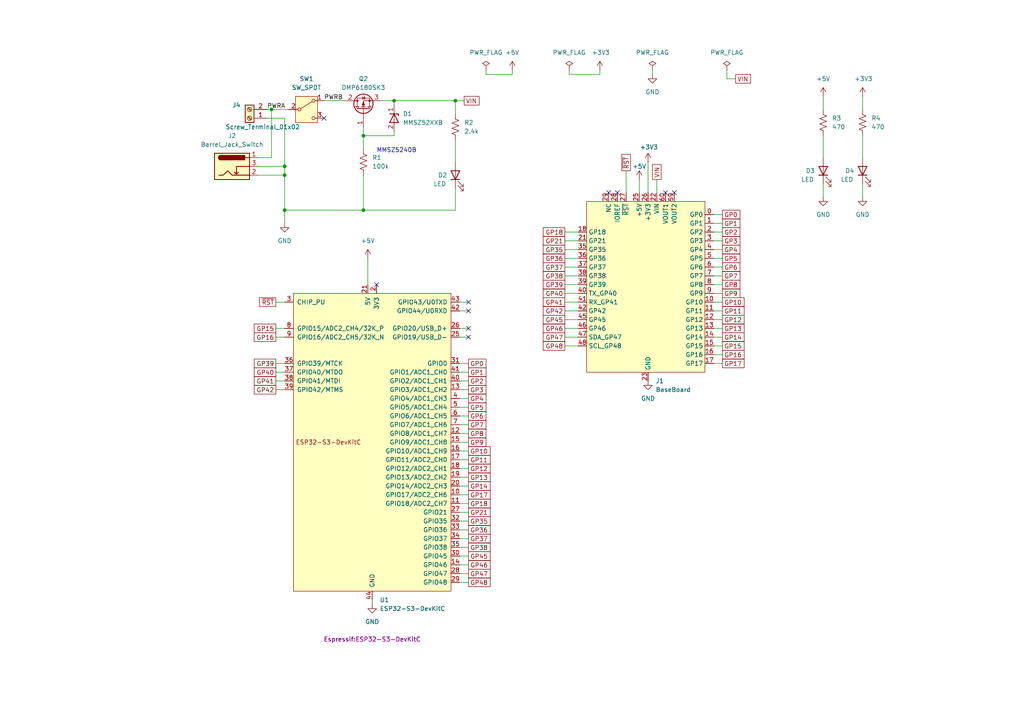
<source format=kicad_sch>
(kicad_sch (version 20231120) (generator "eeschema") (generator_version "8.0")
  (paper "A4")
  (lib_symbols
    (symbol "Connector:Barrel_Jack_Switch" (pin_names hide)
      (property "Reference" "J" (at 0 5.334 0))
      (property "Value" "Barrel_Jack_Switch" (at 0 -5.08 0))
      (symbol "Barrel_Jack_Switch_0_1"
        (rectangle (start -5.08 3.81) (end 5.08 -3.81) (stroke (width 0.254)) (fill (type background)))
        (arc (start -3.302 3.175) (mid -3.9343 2.54) (end -3.302 1.905) (stroke (width 0.254)))
        (arc (start -3.302 3.175) (mid -3.9343 2.54) (end -3.302 1.905) (stroke (width 0.254)) (fill (type outline)))
        (polyline (pts (xy 1.27 -2.286) (xy 1.905 -1.651)) (stroke (width 0.254)))
        (polyline (pts (xy 5.08 2.54) (xy 3.81 2.54)) (stroke (width 0.254)))
        (polyline (pts (xy 5.08 0) (xy 1.27 0) (xy 1.27 -2.286) (xy 0.635 -1.651)) (stroke (width 0.254)))
        (polyline (pts (xy -3.81 -2.54) (xy -2.54 -2.54) (xy -1.27 -1.27) (xy 0 -2.54) (xy 2.54 -2.54) (xy 5.08 -2.54)) (stroke (width 0.254)))
        (rectangle (start 3.683 3.175) (end -3.302 1.905) (stroke (width 0.254)) (fill (type outline)))
      )
      (symbol "Barrel_Jack_Switch_1_1"
        (pin passive line (at 7.62 2.54 180) (length 2.54) (name "~") (number "1"))
        (pin passive line (at 7.62 -2.54 180) (length 2.54) (name "~") (number "2"))
        (pin passive line (at 7.62 0 180) (length 2.54) (name "~") (number "3"))
      )
    )
    (symbol "Connector:Screw_Terminal_01x02" (pin_names (offset 1.016) hide)
      (property "Reference" "J" (at 0 2.54 0))
      (property "Value" "Screw_Terminal_01x02" (at 0 -5.08 0))
      (symbol "Screw_Terminal_01x02_1_1"
        (rectangle (start -1.27 1.27) (end 1.27 -3.81) (stroke (width 0.254)) (fill (type background)))
        (circle (center 0 -2.54) (radius 0.635) (stroke (width 0.1524)))
        (polyline (pts (xy -0.5334 -2.2098) (xy 0.3302 -3.048)) (stroke (width 0.1524)))
        (polyline (pts (xy -0.5334 0.3302) (xy 0.3302 -0.508)) (stroke (width 0.1524)))
        (polyline (pts (xy -0.3556 -2.032) (xy 0.508 -2.8702)) (stroke (width 0.1524)))
        (polyline (pts (xy -0.3556 0.508) (xy 0.508 -0.3302)) (stroke (width 0.1524)))
        (circle (center 0 0) (radius 0.635) (stroke (width 0.1524)))
        (pin passive line (at -5.08 0 0) (length 3.81) (name "Pin_1") (number "1"))
        (pin passive line (at -5.08 -2.54 0) (length 3.81) (name "Pin_2") (number "2"))
      )
    )
    (symbol "Device:LED" (pin_numbers hide) (pin_names (offset 1.016) hide)
      (property "Reference" "D" (at 0 2.54 0))
      (property "Value" "LED" (at 0 -2.54 0))
      (symbol "LED_0_1"
        (polyline (pts (xy -1.27 -1.27) (xy -1.27 1.27)) (stroke (width 0.254)))
        (polyline (pts (xy -1.27 0) (xy 1.27 0)))
        (polyline (pts (xy 1.27 -1.27) (xy 1.27 1.27) (xy -1.27 0) (xy 1.27 -1.27)) (stroke (width 0.254)))
        (polyline (pts (xy -3.048 -0.762) (xy -4.572 -2.286) (xy -3.81 -2.286) (xy -4.572 -2.286) (xy -4.572 -1.524)))
        (polyline (pts (xy -1.778 -0.762) (xy -3.302 -2.286) (xy -2.54 -2.286) (xy -3.302 -2.286) (xy -3.302 -1.524)))
      )
      (symbol "LED_1_1"
        (pin passive line (at -3.81 0 0) (length 2.54) (name "K") (number "1"))
        (pin passive line (at 3.81 0 180) (length 2.54) (name "A") (number "2"))
      )
    )
    (symbol "Device:R_US" (pin_numbers hide) (pin_names (offset 0))
      (property "Reference" "R" (at 2.54 0 90))
      (property "Value" "R_US" (at -2.54 0 90))
      (symbol "R_US_0_1"
        (polyline (pts (xy 0 -2.286) (xy 0 -2.54)))
        (polyline (pts (xy 0 2.286) (xy 0 2.54)))
        (polyline (pts (xy 0 -0.762) (xy 1.016 -1.143) (xy 0 -1.524) (xy -1.016 -1.905) (xy 0 -2.286)))
        (polyline (pts (xy 0 0.762) (xy 1.016 0.381) (xy 0 0) (xy -1.016 -0.381) (xy 0 -0.762)))
        (polyline (pts (xy 0 2.286) (xy 1.016 1.905) (xy 0 1.524) (xy -1.016 1.143) (xy 0 0.762)))
      )
      (symbol "R_US_1_1"
        (pin passive line (at 0 3.81 270) (length 1.27) (name "~") (number "1"))
        (pin passive line (at 0 -3.81 90) (length 1.27) (name "~") (number "2"))
      )
    )
    (symbol "Espressif:ESP32-S3-DevKitC" (pin_names (offset 1.016))
      (property "Reference" "U" (at -22.86 48.26 0))
      (property "Value" "ESP32-S3-DevKitC" (at -22.86 45.72 0))
      (symbol "ESP32-S3-DevKitC_0_0"
        (text "ESP32-S3-DevKitC" (at -12.7 0 0) (effects (font (size 1.27 1.27))))
        (pin bidirectional line (at 25.4 -35.56 180) (length 2.54) (name "GPIO46") (number "14"))
        (pin bidirectional line (at 25.4 -10.16 180) (length 2.54) (name "GPIO13/ADC2_CH2") (number "19"))
        (pin bidirectional line (at -25.4 15.24 0) (length 2.54) (name "GPIO42/MTMS") (number "39"))
        (pin bidirectional line (at 25.4 17.78 180) (length 2.54) (name "GPIO2/ADC1_CH1") (number "40"))
        (pin bidirectional line (at 25.4 20.32 180) (length 2.54) (name "GPIO1/ADC1_CH0") (number "41"))
        (pin bidirectional line (at 25.4 38.1 180) (length 2.54) (name "GPIO44/U0RXD") (number "42"))
        (pin bidirectional line (at 25.4 40.64 180) (length 2.54) (name "GPIO43/U0TXD") (number "43"))
        (pin power_in line (at 0 -45.72 90) (length 2.54) (name "GND") (number "44"))
      )
      (symbol "ESP32-S3-DevKitC_0_1"
        (rectangle (start -22.86 43.18) (end 22.86 -43.18) (fill (type background)))
        (pin power_in line (at 1.27 45.72 270) (length 2.54) (name "3V3") (number "2"))
      )
      (symbol "ESP32-S3-DevKitC_1_1"
        (pin passive line (at 1.27 45.72 270) (length 2.54) hide (name "3V3") (number "1"))
        (pin bidirectional line (at 25.4 -15.24 180) (length 2.54) (name "GPIO17/ADC2_CH6") (number "10"))
        (pin bidirectional line (at 25.4 -17.78 180) (length 2.54) (name "GPIO18/ADC2_CH7") (number "11"))
        (pin bidirectional line (at 25.4 2.54 180) (length 2.54) (name "GPIO8/ADC1_CH7") (number "12"))
        (pin bidirectional line (at 25.4 15.24 180) (length 2.54) (name "GPIO3/ADC1_CH2") (number "13"))
        (pin bidirectional line (at 25.4 0 180) (length 2.54) (name "GPIO9/ADC1_CH8") (number "15"))
        (pin bidirectional line (at 25.4 -2.54 180) (length 2.54) (name "GPIO10/ADC1_CH9") (number "16"))
        (pin bidirectional line (at 25.4 -5.08 180) (length 2.54) (name "GPIO11/ADC2_CH0") (number "17"))
        (pin bidirectional line (at 25.4 -7.62 180) (length 2.54) (name "GPIO12/ADC2_CH1") (number "18"))
        (pin bidirectional line (at 25.4 -12.7 180) (length 2.54) (name "GPIO14/ADC2_CH3") (number "20"))
        (pin power_in line (at -1.27 45.72 270) (length 2.54) (name "5V") (number "21"))
        (pin passive line (at 0 -45.72 90) (length 2.54) hide (name "GND") (number "22"))
        (pin passive line (at 0 -45.72 90) (length 2.54) hide (name "GND") (number "23"))
        (pin passive line (at 0 -45.72 90) (length 2.54) hide (name "GND") (number "24"))
        (pin bidirectional line (at 25.4 30.48 180) (length 2.54) (name "GPIO19/USB_D-") (number "25"))
        (pin bidirectional line (at 25.4 33.02 180) (length 2.54) (name "GPIO20/USB_D+") (number "26"))
        (pin bidirectional line (at 25.4 -20.32 180) (length 2.54) (name "GPIO21") (number "27"))
        (pin bidirectional line (at 25.4 -38.1 180) (length 2.54) (name "GPIO47") (number "28"))
        (pin bidirectional line (at 25.4 -40.64 180) (length 2.54) (name "GPIO48") (number "29"))
        (pin input line (at -25.4 40.64 0) (length 2.54) (name "CHIP_PU") (number "3"))
        (pin bidirectional line (at 25.4 -33.02 180) (length 2.54) (name "GPIO45") (number "30"))
        (pin bidirectional line (at 25.4 22.86 180) (length 2.54) (name "GPIO0") (number "31"))
        (pin bidirectional line (at 25.4 -22.86 180) (length 2.54) (name "GPIO35") (number "32"))
        (pin bidirectional line (at 25.4 -25.4 180) (length 2.54) (name "GPIO36") (number "33"))
        (pin bidirectional line (at 25.4 -27.94 180) (length 2.54) (name "GPIO37") (number "34"))
        (pin bidirectional line (at 25.4 -30.48 180) (length 2.54) (name "GPIO38") (number "35"))
        (pin bidirectional line (at -25.4 22.86 0) (length 2.54) (name "GPIO39/MTCK") (number "36"))
        (pin bidirectional line (at -25.4 20.32 0) (length 2.54) (name "GPIO40/MTDO") (number "37"))
        (pin bidirectional line (at -25.4 17.78 0) (length 2.54) (name "GPIO41/MTDI") (number "38"))
        (pin bidirectional line (at 25.4 12.7 180) (length 2.54) (name "GPIO4/ADC1_CH3") (number "4"))
        (pin bidirectional line (at 25.4 10.16 180) (length 2.54) (name "GPIO5/ADC1_CH4") (number "5"))
        (pin bidirectional line (at 25.4 7.62 180) (length 2.54) (name "GPIO6/ADC1_CH5") (number "6"))
        (pin bidirectional line (at 25.4 5.08 180) (length 2.54) (name "GPIO7/ADC1_CH6") (number "7"))
        (pin bidirectional line (at -25.4 33.02 0) (length 2.54) (name "GPIO15/ADC2_CH4/32K_P") (number "8"))
        (pin bidirectional line (at -25.4 30.48 0) (length 2.54) (name "GPIO16/ADC2_CH5/32K_N") (number "9"))
      )
    )
    (symbol "Switch:SW_SPDT" (pin_names (offset 0) hide)
      (property "Reference" "SW" (at 0 5.08 0))
      (property "Value" "SW_SPDT" (at 0 -5.08 0))
      (symbol "SW_SPDT_0_1"
        (circle (center -2.032 0) (radius 0.4572))
        (polyline (pts (xy -1.651 0.254) (xy 1.651 2.286)))
        (circle (center 2.032 -2.54) (radius 0.4572))
        (circle (center 2.032 2.54) (radius 0.4572))
      )
      (symbol "SW_SPDT_1_1"
        (rectangle (start -3.175 3.81) (end 3.175 -3.81) (fill (type background)))
        (pin passive line (at 5.08 2.54 180) (length 2.54) (name "A") (number "1"))
        (pin passive line (at -5.08 0 0) (length 2.54) (name "B") (number "2"))
        (pin passive line (at 5.08 -2.54 180) (length 2.54) (name "C") (number "3"))
      )
    )
    (symbol "myparts:BaseBoard"
      (property "Reference" "J" (at -19.304 -42.926 0))
      (property "Value" "BaseBoard" (at -26.67 12.954 0))
      (symbol "BaseBoard_1_1"
        (rectangle (start -20.32 8.89) (end 13.97 -40.64) (fill (type background)))
        (pin bidirectional line (at 16.51 5.08 180) (length 2.54) (name "GP0") (number "0"))
        (pin bidirectional line (at 16.51 2.54 180) (length 2.54) (name "GP1") (number "1"))
        (pin bidirectional line (at 16.51 -20.32 180) (length 2.54) (name "GP10") (number "10"))
        (pin bidirectional line (at 16.51 -22.86 180) (length 2.54) (name "GP11") (number "11"))
        (pin bidirectional line (at 16.51 -25.4 180) (length 2.54) (name "GP12") (number "12"))
        (pin bidirectional line (at 16.51 -27.94 180) (length 2.54) (name "GP13") (number "13"))
        (pin bidirectional line (at 16.51 -30.48 180) (length 2.54) (name "GP14") (number "14"))
        (pin bidirectional line (at 16.51 -33.02 180) (length 2.54) (name "GP15") (number "15"))
        (pin bidirectional line (at 16.51 -35.56 180) (length 2.54) (name "GP16") (number "16"))
        (pin bidirectional line (at 16.51 -38.1 180) (length 2.54) (name "GP17") (number "17"))
        (pin bidirectional line (at -22.86 0 0) (length 2.54) (name "GP18") (number "18"))
        (pin bidirectional line (at 16.51 0 180) (length 2.54) (name "GP2") (number "2"))
        (pin bidirectional line (at -22.86 -2.54 0) (length 2.54) (name "GP21") (number "21"))
        (pin power_in line (at 0 11.43 270) (length 2.54) (name "VIN") (number "22"))
        (pin power_in line (at -2.54 -43.18 90) (length 2.54) (name "GND") (number "23"))
        (pin power_in line (at -2.54 -43.18 90) (length 2.54) hide (name "GND") (number "24"))
        (pin power_in line (at -5.08 11.43 270) (length 2.54) (name "+5V") (number "25"))
        (pin power_in line (at -2.54 11.43 270) (length 2.54) (name "+3V3") (number "26"))
        (pin bidirectional line (at -8.89 11.43 270) (length 2.54) (name "~{RST}") (number "27"))
        (pin bidirectional line (at -11.43 11.43 270) (length 2.54) (name "IOREF") (number "28"))
        (pin bidirectional line (at -13.97 11.43 270) (length 2.54) (name "NC") (number "29"))
        (pin bidirectional line (at 16.51 -2.54 180) (length 2.54) (name "GP3") (number "3"))
        (pin power_in line (at -2.54 -43.18 90) (length 2.54) hide (name "GND") (number "30"))
        (pin power_in line (at -2.54 11.43 270) (length 2.54) hide (name "+3V3") (number "32"))
        (pin bidirectional line (at -22.86 -5.08 0) (length 2.54) (name "GP35") (number "35"))
        (pin bidirectional line (at -22.86 -7.62 0) (length 2.54) (name "GP36") (number "36"))
        (pin bidirectional line (at -22.86 -10.16 0) (length 2.54) (name "GP37") (number "37"))
        (pin bidirectional line (at -22.86 -12.7 0) (length 2.54) (name "GP38") (number "38"))
        (pin bidirectional line (at -22.86 -15.24 0) (length 2.54) (name "GP39") (number "39"))
        (pin bidirectional line (at 16.51 -5.08 180) (length 2.54) (name "GP4") (number "4"))
        (pin bidirectional line (at -22.86 -17.78 0) (length 2.54) (name "TX_GP40") (number "40"))
        (pin bidirectional line (at -22.86 -20.32 0) (length 2.54) (name "RX_GP41") (number "41"))
        (pin bidirectional line (at -22.86 -22.86 0) (length 2.54) (name "GP42") (number "42"))
        (pin bidirectional line (at -22.86 -25.4 0) (length 2.54) (name "GP45") (number "45"))
        (pin bidirectional line (at -22.86 -27.94 0) (length 2.54) (name "GP46") (number "46"))
        (pin bidirectional line (at -22.86 -30.48 0) (length 2.54) (name "SDA_GP47") (number "47"))
        (pin bidirectional line (at -22.86 -33.02 0) (length 2.54) (name "SCL_GP48") (number "48"))
        (pin bidirectional line (at 16.51 -7.62 180) (length 2.54) (name "GP5") (number "5"))
        (pin power_in line (at 0 11.43 270) (length 2.54) hide (name "VIN") (number "53"))
        (pin power_in line (at 0 11.43 270) (length 2.54) hide (name "VIN") (number "54"))
        (pin power_in line (at -2.54 -43.18 90) (length 2.54) hide (name "GND") (number "55"))
        (pin power_in line (at -2.54 -43.18 90) (length 2.54) hide (name "GND") (number "56"))
        (pin power_in line (at -2.54 -43.18 90) (length 2.54) hide (name "GND") (number "57"))
        (pin power_in line (at -2.54 -43.18 90) (length 2.54) hide (name "GND") (number "58"))
        (pin power_in line (at 5.08 11.43 270) (length 2.54) (name "VOUT2") (number "59"))
        (pin bidirectional line (at 16.51 -10.16 180) (length 2.54) (name "GP6") (number "6"))
        (pin power_in line (at 2.54 11.43 270) (length 2.54) (name "VOUT1") (number "60"))
        (pin power_in line (at -5.08 11.43 270) (length 2.54) hide (name "+5V") (number "61"))
        (pin power_in line (at -2.54 11.43 270) (length 2.54) hide (name "+3V3") (number "62"))
        (pin bidirectional line (at 16.51 -12.7 180) (length 2.54) (name "GP7") (number "7"))
        (pin bidirectional line (at 16.51 -15.24 180) (length 2.54) (name "GP8") (number "8"))
        (pin bidirectional line (at 16.51 -17.78 180) (length 2.54) (name "GP9") (number "9"))
      )
    )
    (symbol "myparts:DMP6180SK3" (pin_names hide)
      (property "Reference" "Q" (at -6.35 3.81 0))
      (property "Value" "DMP6180SK3" (at -8.89 -5.08 0))
      (symbol "DMP6180SK3_0_1"
        (circle (center -0.889 0) (radius 2.794) (stroke (width 0.254)))
        (circle (center 0 -1.778) (radius 0.254) (fill (type outline)))
        (polyline (pts (xy -2.286 0) (xy -5.08 0)))
        (polyline (pts (xy -2.286 1.905) (xy -2.286 -1.905)) (stroke (width 0.254)))
        (polyline (pts (xy -1.778 -1.27) (xy -1.778 -2.286)) (stroke (width 0.254)))
        (polyline (pts (xy -1.778 0.508) (xy -1.778 -0.508)) (stroke (width 0.254)))
        (polyline (pts (xy -1.778 2.286) (xy -1.778 1.27)) (stroke (width 0.254)))
        (polyline (pts (xy 0 2.54) (xy 0 1.778)))
        (polyline (pts (xy 0 -2.54) (xy 0 0) (xy -1.778 0)))
        (polyline (pts (xy -1.778 1.778) (xy 0.762 1.778) (xy 0.762 -1.778) (xy -1.778 -1.778)))
        (polyline (pts (xy -0.254 0) (xy -1.27 0.381) (xy -1.27 -0.381) (xy -0.254 0)) (fill (type outline)))
        (polyline (pts (xy 0.254 -0.508) (xy 0.381 -0.381) (xy 1.143 -0.381) (xy 1.27 -0.254)))
        (polyline (pts (xy 0.762 -0.381) (xy 0.381 0.254) (xy 1.143 0.254) (xy 0.762 -0.381)))
        (circle (center 0 1.778) (radius 0.254) (fill (type outline)))
      )
      (symbol "DMP6180SK3_1_1"
        (pin input line (at -7.62 0 0) (length 2.54) (name "G") (number "1"))
        (pin passive line (at 0 5.08 270) (length 2.54) (name "D") (number "2"))
        (pin passive line (at 0 -5.08 90) (length 2.54) (name "S") (number "3"))
      )
    )
    (symbol "myparts:MMSZ52XXB" (pin_names hide)
      (property "Reference" "D" (at -7.62 -2.54 0))
      (property "Value" "MMSZ52XXB" (at -2.54 3.81 0))
      (symbol "MMSZ52XXB_0_1"
        (polyline (pts (xy 2.54 0) (xy 0 0)))
        (polyline (pts (xy 0 -1.27) (xy 0 1.27) (xy 0.508 1.27)) (stroke (width 0.254)))
        (polyline (pts (xy 2.54 -1.27) (xy 2.54 1.27) (xy 0 0) (xy 2.54 -1.27)) (stroke (width 0.254)))
      )
      (symbol "MMSZ52XXB_1_1"
        (pin passive line (at -2.54 0 0) (length 2.54) (name "K") (number "1"))
        (pin passive line (at 5.08 0 180) (length 2.54) (name "A") (number "2"))
      )
    )
    (symbol "power:+3V3" (power) (pin_numbers hide) (pin_names (offset 0) hide)
      (property "Value" "+3V3" (at 0 3.556 0))
      (symbol "+3V3_0_1"
        (polyline (pts (xy -0.762 1.27) (xy 0 2.54)))
        (polyline (pts (xy 0 0) (xy 0 2.54)))
        (polyline (pts (xy 0 2.54) (xy 0.762 1.27)))
      )
      (symbol "+3V3_1_1"
        (pin power_in line (at 0 0 90) (length 0) (name "~") (number "1"))
      )
    )
    (symbol "power:+5V" (power) (pin_numbers hide) (pin_names (offset 0) hide)
      (property "Value" "+5V" (at 0 3.556 0))
      (symbol "+5V_0_1"
        (polyline (pts (xy -0.762 1.27) (xy 0 2.54)))
        (polyline (pts (xy 0 0) (xy 0 2.54)))
        (polyline (pts (xy 0 2.54) (xy 0.762 1.27)))
      )
      (symbol "+5V_1_1"
        (pin power_in line (at 0 0 90) (length 0) (name "~") (number "1"))
      )
    )
    (symbol "power:GND" (power) (pin_numbers hide) (pin_names (offset 0) hide)
      (property "Value" "GND" (at 0 -3.81 0))
      (symbol "GND_0_1"
        (polyline (pts (xy 0 0) (xy 0 -1.27) (xy 1.27 -1.27) (xy 0 -2.54) (xy -1.27 -1.27) (xy 0 -1.27)))
      )
      (symbol "GND_1_1"
        (pin power_in line (at 0 0 270) (length 0) (name "~") (number "1"))
      )
    )
    (symbol "power:PWR_FLAG" (power) (pin_numbers hide) (pin_names (offset 0) hide)
      (property "Value" "PWR_FLAG" (at 0 3.81 0))
      (symbol "PWR_FLAG_0_0"
        (pin power_out line (at 0 0 90) (length 0) (name "~") (number "1"))
      )
      (symbol "PWR_FLAG_0_1"
        (polyline (pts (xy 0 0) (xy 0 1.27) (xy -1.016 1.905) (xy 0 2.54) (xy 1.016 1.905) (xy 0 1.27)))
      )
    )
  )
  (junction (at 105.41 39.37))
  (junction (at 132.08 29.21))
  (junction (at 82.55 60.96))
  (junction (at 82.55 48.26))
  (junction (at 114.3 29.21))
  (junction (at 78.74 31.75))
  (junction (at 82.55 50.8))
  (junction (at 105.41 60.96))
  (no_connect (at 135.89 97.79))
  (no_connect (at 135.89 95.25))
  (no_connect (at 135.89 90.17))
  (no_connect (at 135.89 87.63))
  (no_connect (at 179.07 55.88))
  (no_connect (at 93.98 34.29))
  (no_connect (at 195.58 55.88))
  (no_connect (at 193.04 55.88))
  (no_connect (at 109.22 82.55))
  (no_connect (at 176.53 55.88))
  (wire (pts (xy 105.41 39.37) (xy 105.41 43.18)))
  (wire (pts (xy 132.08 29.21) (xy 132.08 33.02)))
  (wire (pts (xy 165.1 20.32) (xy 165.1 21.59)))
  (wire (pts (xy 93.98 29.21) (xy 100.33 29.21)))
  (wire (pts (xy 207.01 100.33) (xy 209.55 100.33)))
  (wire (pts (xy 133.35 138.43) (xy 135.89 138.43)))
  (wire (pts (xy 207.01 80.01) (xy 209.55 80.01)))
  (wire (pts (xy 77.47 31.75) (xy 78.74 31.75)))
  (wire (pts (xy 77.47 34.29) (xy 82.55 34.29)))
  (wire (pts (xy 82.55 60.96) (xy 82.55 64.77)))
  (wire (pts (xy 207.01 69.85) (xy 209.55 69.85)))
  (wire (pts (xy 80.01 87.63) (xy 82.55 87.63)))
  (wire (pts (xy 106.68 74.93) (xy 106.68 82.55)))
  (wire (pts (xy 133.35 158.75) (xy 135.89 158.75)))
  (wire (pts (xy 133.35 168.91) (xy 135.89 168.91)))
  (wire (pts (xy 163.83 87.63) (xy 167.64 87.63)))
  (wire (pts (xy 133.35 133.35) (xy 135.89 133.35)))
  (wire (pts (xy 207.01 62.23) (xy 209.55 62.23)))
  (wire (pts (xy 133.35 115.57) (xy 135.89 115.57)))
  (wire (pts (xy 133.35 161.29) (xy 135.89 161.29)))
  (wire (pts (xy 148.59 20.32) (xy 148.59 21.59)))
  (wire (pts (xy 105.41 60.96) (xy 132.08 60.96)))
  (wire (pts (xy 82.55 34.29) (xy 82.55 48.26)))
  (wire (pts (xy 133.35 105.41) (xy 135.89 105.41)))
  (wire (pts (xy 133.35 128.27) (xy 135.89 128.27)))
  (wire (pts (xy 238.76 39.37) (xy 238.76 45.72)))
  (wire (pts (xy 82.55 48.26) (xy 82.55 50.8)))
  (wire (pts (xy 207.01 92.71) (xy 209.55 92.71)))
  (wire (pts (xy 80.01 113.03) (xy 82.55 113.03)))
  (wire (pts (xy 74.93 45.72) (xy 78.74 45.72)))
  (wire (pts (xy 133.35 95.25) (xy 135.89 95.25)))
  (wire (pts (xy 163.83 77.47) (xy 167.64 77.47)))
  (wire (pts (xy 133.35 107.95) (xy 135.89 107.95)))
  (wire (pts (xy 250.19 53.34) (xy 250.19 57.15)))
  (wire (pts (xy 80.01 97.79) (xy 82.55 97.79)))
  (wire (pts (xy 133.35 120.65) (xy 135.89 120.65)))
  (wire (pts (xy 133.35 151.13) (xy 135.89 151.13)))
  (wire (pts (xy 133.35 135.89) (xy 135.89 135.89)))
  (wire (pts (xy 185.42 52.07) (xy 185.42 55.88)))
  (wire (pts (xy 133.35 146.05) (xy 135.89 146.05)))
  (wire (pts (xy 250.19 27.94) (xy 250.19 31.75)))
  (wire (pts (xy 207.01 64.77) (xy 209.55 64.77)))
  (wire (pts (xy 140.97 20.32) (xy 140.97 21.59)))
  (wire (pts (xy 110.49 29.21) (xy 114.3 29.21)))
  (wire (pts (xy 80.01 110.49) (xy 82.55 110.49)))
  (wire (pts (xy 207.01 105.41) (xy 209.55 105.41)))
  (wire (pts (xy 133.35 166.37) (xy 135.89 166.37)))
  (wire (pts (xy 163.83 67.31) (xy 167.64 67.31)))
  (wire (pts (xy 165.1 21.59) (xy 173.99 21.59)))
  (wire (pts (xy 163.83 85.09) (xy 167.64 85.09)))
  (wire (pts (xy 207.01 67.31) (xy 209.55 67.31)))
  (wire (pts (xy 163.83 100.33) (xy 167.64 100.33)))
  (wire (pts (xy 74.93 50.8) (xy 82.55 50.8)))
  (wire (pts (xy 173.99 21.59) (xy 173.99 20.32)))
  (wire (pts (xy 207.01 77.47) (xy 209.55 77.47)))
  (wire (pts (xy 207.01 90.17) (xy 209.55 90.17)))
  (wire (pts (xy 207.01 97.79) (xy 209.55 97.79)))
  (wire (pts (xy 163.83 95.25) (xy 167.64 95.25)))
  (wire (pts (xy 133.35 90.17) (xy 135.89 90.17)))
  (wire (pts (xy 207.01 95.25) (xy 209.55 95.25)))
  (wire (pts (xy 207.01 74.93) (xy 209.55 74.93)))
  (wire (pts (xy 114.3 38.1) (xy 114.3 39.37)))
  (wire (pts (xy 207.01 85.09) (xy 209.55 85.09)))
  (wire (pts (xy 207.01 102.87) (xy 209.55 102.87)))
  (wire (pts (xy 133.35 97.79) (xy 135.89 97.79)))
  (wire (pts (xy 133.35 123.19) (xy 135.89 123.19)))
  (wire (pts (xy 107.95 173.99) (xy 107.95 175.26)))
  (wire (pts (xy 80.01 105.41) (xy 82.55 105.41)))
  (wire (pts (xy 207.01 72.39) (xy 209.55 72.39)))
  (wire (pts (xy 80.01 107.95) (xy 82.55 107.95)))
  (wire (pts (xy 190.5 52.07) (xy 190.5 55.88)))
  (wire (pts (xy 132.08 40.64) (xy 132.08 46.99)))
  (wire (pts (xy 148.59 21.59) (xy 140.97 21.59)))
  (wire (pts (xy 133.35 130.81) (xy 135.89 130.81)))
  (wire (pts (xy 133.35 156.21) (xy 135.89 156.21)))
  (wire (pts (xy 114.3 29.21) (xy 114.3 30.48)))
  (wire (pts (xy 105.41 50.8) (xy 105.41 60.96)))
  (wire (pts (xy 250.19 39.37) (xy 250.19 45.72)))
  (wire (pts (xy 163.83 92.71) (xy 167.64 92.71)))
  (wire (pts (xy 78.74 45.72) (xy 78.74 31.75)))
  (wire (pts (xy 133.35 153.67) (xy 135.89 153.67)))
  (wire (pts (xy 181.61 49.53) (xy 181.61 55.88)))
  (wire (pts (xy 82.55 50.8) (xy 82.55 60.96)))
  (wire (pts (xy 189.23 20.32) (xy 189.23 21.59)))
  (wire (pts (xy 82.55 60.96) (xy 105.41 60.96)))
  (wire (pts (xy 238.76 53.34) (xy 238.76 57.15)))
  (wire (pts (xy 207.01 87.63) (xy 209.55 87.63)))
  (wire (pts (xy 114.3 39.37) (xy 105.41 39.37)))
  (wire (pts (xy 133.35 125.73) (xy 135.89 125.73)))
  (wire (pts (xy 133.35 87.63) (xy 135.89 87.63)))
  (wire (pts (xy 163.83 72.39) (xy 167.64 72.39)))
  (wire (pts (xy 133.35 163.83) (xy 135.89 163.83)))
  (wire (pts (xy 163.83 80.01) (xy 167.64 80.01)))
  (wire (pts (xy 207.01 82.55) (xy 209.55 82.55)))
  (wire (pts (xy 163.83 97.79) (xy 167.64 97.79)))
  (wire (pts (xy 133.35 110.49) (xy 135.89 110.49)))
  (wire (pts (xy 74.93 48.26) (xy 82.55 48.26)))
  (wire (pts (xy 133.35 143.51) (xy 135.89 143.51)))
  (wire (pts (xy 163.83 82.55) (xy 167.64 82.55)))
  (wire (pts (xy 105.41 39.37) (xy 105.41 36.83)))
  (wire (pts (xy 133.35 118.11) (xy 135.89 118.11)))
  (wire (pts (xy 187.96 46.99) (xy 187.96 55.88)))
  (wire (pts (xy 132.08 54.61) (xy 132.08 60.96)))
  (wire (pts (xy 213.36 22.86) (xy 210.82 22.86)))
  (wire (pts (xy 163.83 74.93) (xy 167.64 74.93)))
  (wire (pts (xy 80.01 95.25) (xy 82.55 95.25)))
  (wire (pts (xy 114.3 29.21) (xy 132.08 29.21)))
  (wire (pts (xy 133.35 140.97) (xy 135.89 140.97)))
  (wire (pts (xy 238.76 27.94) (xy 238.76 31.75)))
  (wire (pts (xy 133.35 113.03) (xy 135.89 113.03)))
  (wire (pts (xy 132.08 29.21) (xy 134.62 29.21)))
  (wire (pts (xy 163.83 90.17) (xy 167.64 90.17)))
  (wire (pts (xy 78.74 31.75) (xy 83.82 31.75)))
  (wire (pts (xy 163.83 69.85) (xy 167.64 69.85)))
  (wire (pts (xy 133.35 148.59) (xy 135.89 148.59)))
  (wire (pts (xy 210.82 20.32) (xy 210.82 22.86)))
  (text "MMSZ5240B" (at 109.22 44.45 0) (effects (font (size 1.27 1.27)) (justify left bottom)))
  (label "PWRB" (at 93.98 29.21 0))
  (label "PWRA" (at 77.47 31.75 0))
  (global_label "GP3" (shape passive) (at 135.89 113.03 0) (property "Intersheetrefs" "${INTERSHEET_REFS}" (effects (hide yes))))
  (global_label "GP40" (shape passive) (at 163.83 85.09 180) (property "Intersheetrefs" "${INTERSHEET_REFS}" (effects (hide yes))))
  (global_label "GP4" (shape passive) (at 209.55 72.39 0) (property "Intersheetrefs" "${INTERSHEET_REFS}" (effects (hide yes))))
  (global_label "GP39" (shape passive) (at 80.01 105.41 180) (property "Intersheetrefs" "${INTERSHEET_REFS}" (effects (hide yes))))
  (global_label "VIN" (shape passive) (at 213.36 22.86 0) (property "Intersheetrefs" "${INTERSHEET_REFS}" (effects (hide yes))))
  (global_label "GP0" (shape passive) (at 135.89 105.41 0) (property "Intersheetrefs" "${INTERSHEET_REFS}" (effects (hide yes))))
  (global_label "GP14" (shape passive) (at 135.89 140.97 0) (property "Intersheetrefs" "${INTERSHEET_REFS}" (effects (hide yes))))
  (global_label "GP8" (shape passive) (at 135.89 125.73 0) (property "Intersheetrefs" "${INTERSHEET_REFS}" (effects (hide yes))))
  (global_label "GP11" (shape passive) (at 209.55 90.17 0) (property "Intersheetrefs" "${INTERSHEET_REFS}" (effects (hide yes))))
  (global_label "GP40" (shape passive) (at 80.01 107.95 180) (property "Intersheetrefs" "${INTERSHEET_REFS}" (effects (hide yes))))
  (global_label "GP2" (shape passive) (at 135.89 110.49 0) (property "Intersheetrefs" "${INTERSHEET_REFS}" (effects (hide yes))))
  (global_label "GP47" (shape passive) (at 135.89 166.37 0) (property "Intersheetrefs" "${INTERSHEET_REFS}" (effects (hide yes))))
  (global_label "GP13" (shape passive) (at 135.89 138.43 0) (property "Intersheetrefs" "${INTERSHEET_REFS}" (effects (hide yes))))
  (global_label "GP46" (shape passive) (at 163.83 95.25 180) (property "Intersheetrefs" "${INTERSHEET_REFS}" (effects (hide yes))))
  (global_label "GP45" (shape passive) (at 163.83 92.71 180) (property "Intersheetrefs" "${INTERSHEET_REFS}" (effects (hide yes))))
  (global_label "GP35" (shape passive) (at 135.89 151.13 0) (property "Intersheetrefs" "${INTERSHEET_REFS}" (effects (hide yes))))
  (global_label "GP48" (shape passive) (at 135.89 168.91 0) (property "Intersheetrefs" "${INTERSHEET_REFS}" (effects (hide yes))))
  (global_label "GP17" (shape passive) (at 209.55 105.41 0) (property "Intersheetrefs" "${INTERSHEET_REFS}" (effects (hide yes))))
  (global_label "GP16" (shape passive) (at 80.01 97.79 180) (property "Intersheetrefs" "${INTERSHEET_REFS}" (effects (hide yes))))
  (global_label "GP14" (shape passive) (at 209.55 97.79 0) (property "Intersheetrefs" "${INTERSHEET_REFS}" (effects (hide yes))))
  (global_label "GP2" (shape passive) (at 209.55 67.31 0) (property "Intersheetrefs" "${INTERSHEET_REFS}" (effects (hide yes))))
  (global_label "GP10" (shape passive) (at 135.89 130.81 0) (property "Intersheetrefs" "${INTERSHEET_REFS}" (effects (hide yes))))
  (global_label "GP1" (shape passive) (at 135.89 107.95 0) (property "Intersheetrefs" "${INTERSHEET_REFS}" (effects (hide yes))))
  (global_label "VIN" (shape passive) (at 190.5 52.07 90) (property "Intersheetrefs" "${INTERSHEET_REFS}" (effects (hide yes))))
  (global_label "GP39" (shape passive) (at 163.83 82.55 180) (property "Intersheetrefs" "${INTERSHEET_REFS}" (effects (hide yes))))
  (global_label "GP9" (shape passive) (at 135.89 128.27 0) (property "Intersheetrefs" "${INTERSHEET_REFS}" (effects (hide yes))))
  (global_label "GP38" (shape passive) (at 135.89 158.75 0) (property "Intersheetrefs" "${INTERSHEET_REFS}" (effects (hide yes))))
  (global_label "GP48" (shape passive) (at 163.83 100.33 180) (property "Intersheetrefs" "${INTERSHEET_REFS}" (effects (hide yes))))
  (global_label "GP5" (shape passive) (at 209.55 74.93 0) (property "Intersheetrefs" "${INTERSHEET_REFS}" (effects (hide yes))))
  (global_label "GP18" (shape passive) (at 135.89 146.05 0) (property "Intersheetrefs" "${INTERSHEET_REFS}" (effects (hide yes))))
  (global_label "GP38" (shape passive) (at 163.83 80.01 180) (property "Intersheetrefs" "${INTERSHEET_REFS}" (effects (hide yes))))
  (global_label "GP16" (shape passive) (at 209.55 102.87 0) (property "Intersheetrefs" "${INTERSHEET_REFS}" (effects (hide yes))))
  (global_label "GP15" (shape passive) (at 209.55 100.33 0) (property "Intersheetrefs" "${INTERSHEET_REFS}" (effects (hide yes))))
  (global_label "GP13" (shape passive) (at 209.55 95.25 0) (property "Intersheetrefs" "${INTERSHEET_REFS}" (effects (hide yes))))
  (global_label "~{RST}" (shape passive) (at 80.01 87.63 180) (property "Intersheetrefs" "${INTERSHEET_REFS}" (effects (hide yes))))
  (global_label "GP6" (shape passive) (at 209.55 77.47 0) (property "Intersheetrefs" "${INTERSHEET_REFS}" (effects (hide yes))))
  (global_label "GP41" (shape passive) (at 163.83 87.63 180) (property "Intersheetrefs" "${INTERSHEET_REFS}" (effects (hide yes))))
  (global_label "GP7" (shape passive) (at 209.55 80.01 0) (property "Intersheetrefs" "${INTERSHEET_REFS}" (effects (hide yes))))
  (global_label "GP4" (shape passive) (at 135.89 115.57 0) (property "Intersheetrefs" "${INTERSHEET_REFS}" (effects (hide yes))))
  (global_label "GP35" (shape passive) (at 163.83 72.39 180) (property "Intersheetrefs" "${INTERSHEET_REFS}" (effects (hide yes))))
  (global_label "VIN" (shape passive) (at 134.62 29.21 0) (property "Intersheetrefs" "${INTERSHEET_REFS}" (effects (hide yes))))
  (global_label "GP0" (shape passive) (at 209.55 62.23 0) (property "Intersheetrefs" "${INTERSHEET_REFS}" (effects (hide yes))))
  (global_label "GP46" (shape passive) (at 135.89 163.83 0) (property "Intersheetrefs" "${INTERSHEET_REFS}" (effects (hide yes))))
  (global_label "~{RST}" (shape passive) (at 181.61 49.53 90) (property "Intersheetrefs" "${INTERSHEET_REFS}" (effects (hide yes))))
  (global_label "GP17" (shape passive) (at 135.89 143.51 0) (property "Intersheetrefs" "${INTERSHEET_REFS}" (effects (hide yes))))
  (global_label "GP47" (shape passive) (at 163.83 97.79 180) (property "Intersheetrefs" "${INTERSHEET_REFS}" (effects (hide yes))))
  (global_label "GP45" (shape passive) (at 135.89 161.29 0) (property "Intersheetrefs" "${INTERSHEET_REFS}" (effects (hide yes))))
  (global_label "GP12" (shape passive) (at 135.89 135.89 0) (property "Intersheetrefs" "${INTERSHEET_REFS}" (effects (hide yes))))
  (global_label "GP42" (shape passive) (at 80.01 113.03 180) (property "Intersheetrefs" "${INTERSHEET_REFS}" (effects (hide yes))))
  (global_label "GP42" (shape passive) (at 163.83 90.17 180) (property "Intersheetrefs" "${INTERSHEET_REFS}" (effects (hide yes))))
  (global_label "GP8" (shape passive) (at 209.55 82.55 0) (property "Intersheetrefs" "${INTERSHEET_REFS}" (effects (hide yes))))
  (global_label "GP36" (shape passive) (at 163.83 74.93 180) (property "Intersheetrefs" "${INTERSHEET_REFS}" (effects (hide yes))))
  (global_label "GP9" (shape passive) (at 209.55 85.09 0) (property "Intersheetrefs" "${INTERSHEET_REFS}" (effects (hide yes))))
  (global_label "GP7" (shape passive) (at 135.89 123.19 0) (property "Intersheetrefs" "${INTERSHEET_REFS}" (effects (hide yes))))
  (global_label "GP1" (shape passive) (at 209.55 64.77 0) (property "Intersheetrefs" "${INTERSHEET_REFS}" (effects (hide yes))))
  (global_label "GP5" (shape passive) (at 135.89 118.11 0) (property "Intersheetrefs" "${INTERSHEET_REFS}" (effects (hide yes))))
  (global_label "GP3" (shape passive) (at 209.55 69.85 0) (property "Intersheetrefs" "${INTERSHEET_REFS}" (effects (hide yes))))
  (global_label "GP41" (shape passive) (at 80.01 110.49 180) (property "Intersheetrefs" "${INTERSHEET_REFS}" (effects (hide yes))))
  (global_label "GP21" (shape passive) (at 163.83 69.85 180) (property "Intersheetrefs" "${INTERSHEET_REFS}" (effects (hide yes))))
  (global_label "GP10" (shape passive) (at 209.55 87.63 0) (property "Intersheetrefs" "${INTERSHEET_REFS}" (effects (hide yes))))
  (global_label "GP15" (shape passive) (at 80.01 95.25 180) (property "Intersheetrefs" "${INTERSHEET_REFS}" (effects (hide yes))))
  (global_label "GP37" (shape passive) (at 163.83 77.47 180) (property "Intersheetrefs" "${INTERSHEET_REFS}" (effects (hide yes))))
  (global_label "GP6" (shape passive) (at 135.89 120.65 0) (property "Intersheetrefs" "${INTERSHEET_REFS}" (effects (hide yes))))
  (global_label "GP37" (shape passive) (at 135.89 156.21 0) (property "Intersheetrefs" "${INTERSHEET_REFS}" (effects (hide yes))))
  (global_label "GP11" (shape passive) (at 135.89 133.35 0) (property "Intersheetrefs" "${INTERSHEET_REFS}" (effects (hide yes))))
  (global_label "GP18" (shape passive) (at 163.83 67.31 180) (property "Intersheetrefs" "${INTERSHEET_REFS}" (effects (hide yes))))
  (global_label "GP12" (shape passive) (at 209.55 92.71 0) (property "Intersheetrefs" "${INTERSHEET_REFS}" (effects (hide yes))))
  (global_label "GP36" (shape passive) (at 135.89 153.67 0) (property "Intersheetrefs" "${INTERSHEET_REFS}" (effects (hide yes))))
  (global_label "GP21" (shape passive) (at 135.89 148.59 0) (property "Intersheetrefs" "${INTERSHEET_REFS}" (effects (hide yes))))
  (symbol (lib_id "power:GND") (at 250.19 57.15 0) (unit 1)
    (property "Reference" "#PWR011" (effects (hide yes)))
    (property "Value" "GND" (at 250.19 62.23 0))
    (property "Description" "Power symbol creates a global label with name \"GND\" , ground" (effects (hide yes)))
  )
  (symbol (lib_id "myparts:MMSZ52XXB") (at 114.3 33.02 270) (unit 1)
    (property "Reference" "D1" (at 116.84 33.0199 90) (effects (justify left)))
    (property "Value" "MMSZ52XXB" (at 116.84 35.5599 90) (effects (justify left)))
    (property "Footprint" "Diode_SMD:D_SOD-123" (effects (hide yes)))
    (property "Description" "Zener" (effects (hide yes)))
  )
  (symbol (lib_id "power:GND") (at 238.76 57.15 0) (unit 1)
    (property "Reference" "#PWR010" (effects (hide yes)))
    (property "Value" "GND" (at 238.76 62.23 0))
    (property "Description" "Power symbol creates a global label with name \"GND\" , ground" (effects (hide yes)))
  )
  (symbol (lib_id "Device:R_US") (at 105.41 46.99 0) (unit 1)
    (property "Reference" "R1" (at 107.95 45.7199 0) (effects (justify left)))
    (property "Value" "100k" (at 107.95 48.2599 0) (effects (justify left)))
    (property "Footprint" "Resistor_SMD:R_1206_3216Metric_Pad1.30x1.75mm_HandSolder" (effects (hide yes)))
  )
  (symbol (lib_id "power:GND") (at 107.95 175.26 0) (unit 1)
    (property "Reference" "#PWR02" (effects (hide yes)))
    (property "Value" "GND" (at 107.95 180.34 0))
    (property "Description" "Power symbol creates a global label with name \"GND\" , ground" (effects (hide yes)))
  )
  (symbol (lib_id "myparts:BaseBoard") (at 190.5 67.31 0) (unit 1)
    (property "Reference" "J1" (at 190.1541 110.49 0) (effects (justify left)))
    (property "Value" "BaseBoard" (at 190.1541 113.03 0) (effects (justify left)))
    (property "Footprint" "myparts:BaseBoardTemplate" (effects (hide yes)))
  )
  (symbol (lib_id "power:GND") (at 82.55 64.77 0) (unit 1)
    (property "Reference" "#PWR01" (effects (hide yes)))
    (property "Value" "GND" (at 82.55 69.85 0))
    (property "Description" "Power symbol creates a global label with name \"GND\" , ground" (effects (hide yes)))
  )
  (symbol (lib_id "power:+3V3") (at 173.99 20.32 0) (unit 1)
    (property "Reference" "#PWR08" (effects (hide yes)))
    (property "Value" "+3V3" (at 174.244 15.24 0))
    (property "Description" "Power symbol creates a global label with name \"+3V3\"" (effects (hide yes)))
  )
  (symbol (lib_id "Device:R_US") (at 132.08 36.83 0) (unit 1)
    (property "Reference" "R2" (at 134.62 35.5599 0) (effects (justify left)))
    (property "Value" "2.4k" (at 134.62 38.0999 0) (effects (justify left)))
    (property "Footprint" "Resistor_SMD:R_1206_3216Metric_Pad1.30x1.75mm_HandSolder" (effects (hide yes)))
  )
  (symbol (lib_id "power:PWR_FLAG") (at 189.23 20.32 0) (unit 1)
    (property "Reference" "#FLG03" (effects (hide yes)))
    (property "Value" "PWR_FLAG" (at 189.23 15.24 0))
    (property "Description" "Special symbol for telling ERC where power comes from" (effects (hide yes)))
  )
  (symbol (lib_id "power:+5V") (at 148.59 20.32 0) (unit 1)
    (property "Reference" "#PWR07" (effects (hide yes)))
    (property "Value" "+5V" (at 148.59 15.24 0))
    (property "Description" "Power symbol creates a global label with name \"+5V\"" (effects (hide yes)))
  )
  (symbol (lib_id "Device:R_US") (at 250.19 35.56 0) (unit 1)
    (property "Reference" "R4" (at 252.73 34.2899 0) (effects (justify left)))
    (property "Value" "470" (at 252.73 36.8299 0) (effects (justify left)))
    (property "Footprint" "Resistor_SMD:R_1206_3216Metric_Pad1.30x1.75mm_HandSolder" (effects (hide yes)))
  )
  (symbol (lib_id "power:+5V") (at 185.42 52.07 0) (unit 1)
    (property "Reference" "#PWR05" (effects (hide yes)))
    (property "Value" "+5V" (at 185.42 48.26 0))
    (property "Description" "Power symbol creates a global label with name \"+5V\"" (effects (hide yes)))
  )
  (symbol (lib_id "Device:LED") (at 250.19 49.53 90) (unit 1) (exclude_from_sim yes)
    (property "Reference" "D4" (at 245.11 49.53 90) (effects (justify right)))
    (property "Value" "LED" (at 243.84 52.07 90) (effects (justify right)))
    (property "Footprint" "LED_SMD:LED_1206_3216Metric_Pad1.42x1.75mm_HandSolder" (effects (hide yes)))
  )
  (symbol (lib_id "Connector:Screw_Terminal_01x02") (at 72.39 34.29 180) (unit 1) (exclude_from_sim yes)
    (property "Reference" "J4" (at 68.58 30.48 0))
    (property "Value" "Screw_Terminal_01x02" (at 76.2 36.83 0))
    (property "Footprint" "TerminalBlock:TerminalBlock_Altech_AK300-2_P5.00mm" (effects (hide yes)))
  )
  (symbol (lib_id "power:+3V3") (at 187.96 46.99 0) (unit 1)
    (property "Reference" "#PWR04" (effects (hide yes)))
    (property "Value" "+3V3" (at 188.214 42.672 0))
    (property "Description" "Power symbol creates a global label with name \"+3V3\"" (effects (hide yes)))
  )
  (symbol (lib_id "power:+5V") (at 106.68 74.93 0) (unit 1)
    (property "Reference" "#PWR06" (effects (hide yes)))
    (property "Value" "+5V" (at 106.68 69.85 0))
    (property "Description" "Power symbol creates a global label with name \"+5V\"" (effects (hide yes)))
  )
  (symbol (lib_id "myparts:DMP6180SK3") (at 105.41 29.21 90) (unit 1)
    (property "Reference" "Q2" (at 105.41 22.86 90))
    (property "Value" "DMP6180SK3" (at 105.41 25.4 90))
    (property "Footprint" "Package_TO_SOT_SMD:TO-252-2" (effects (hide yes)))
  )
  (symbol (lib_id "Espressif:ESP32-S3-DevKitC") (at 107.95 128.27 0) (unit 1)
    (property "Reference" "U1" (at 110.1441 173.99 0) (effects (justify left)))
    (property "Value" "ESP32-S3-DevKitC" (at 110.1441 176.53 0) (effects (justify left)))
    (property "Footprint" "Espressif:ESP32-S3-DevKitC" (at 107.95 185.42 0))
    (property "Description" "ESP32-S3-DevKitC" (effects (hide yes)))
  )
  (symbol (lib_id "power:+3V3") (at 250.19 27.94 0) (unit 1)
    (property "Reference" "#PWR012" (effects (hide yes)))
    (property "Value" "+3V3" (at 250.444 22.86 0))
    (property "Description" "Power symbol creates a global label with name \"+3V3\"" (effects (hide yes)))
  )
  (symbol (lib_id "Device:LED") (at 238.76 49.53 90) (unit 1) (exclude_from_sim yes)
    (property "Reference" "D3" (at 233.68 49.53 90) (effects (justify right)))
    (property "Value" "LED" (at 232.41 52.07 90) (effects (justify right)))
    (property "Footprint" "LED_SMD:LED_1206_3216Metric_Pad1.42x1.75mm_HandSolder" (effects (hide yes)))
  )
  (symbol (lib_id "power:PWR_FLAG") (at 165.1 20.32 0) (unit 1)
    (property "Reference" "#FLG02" (effects (hide yes)))
    (property "Value" "PWR_FLAG" (at 165.1 15.24 0))
    (property "Description" "Special symbol for telling ERC where power comes from" (effects (hide yes)))
  )
  (symbol (lib_id "Device:R_US") (at 238.76 35.56 0) (unit 1)
    (property "Reference" "R3" (at 241.3 34.2899 0) (effects (justify left)))
    (property "Value" "470" (at 241.3 36.8299 0) (effects (justify left)))
    (property "Footprint" "Resistor_SMD:R_1206_3216Metric_Pad1.30x1.75mm_HandSolder" (effects (hide yes)))
  )
  (symbol (lib_id "Device:LED") (at 132.08 50.8 90) (unit 1) (exclude_from_sim yes)
    (property "Reference" "D2" (at 127 50.8 90) (effects (justify right)))
    (property "Value" "LED" (at 125.73 53.34 90) (effects (justify right)))
    (property "Footprint" "LED_SMD:LED_1206_3216Metric_Pad1.42x1.75mm_HandSolder" (effects (hide yes)))
  )
  (symbol (lib_id "Switch:SW_SPDT") (at 88.9 31.75 0) (unit 1)
    (property "Reference" "SW1" (at 88.9 22.86 0))
    (property "Value" "SW_SPDT" (at 88.9 25.4 0))
    (property "Footprint" "Button_Switch_THT:SW_E-Switch_EG1224_SPDT_Angled" (effects (hide yes)))
    (property "Description" "Switch, single pole double throw" (effects (hide yes)))
  )
  (symbol (lib_id "power:PWR_FLAG") (at 140.97 20.32 0) (unit 1)
    (property "Reference" "#FLG01" (effects (hide yes)))
    (property "Value" "PWR_FLAG" (at 140.97 15.24 0))
    (property "Description" "Special symbol for telling ERC where power comes from" (effects (hide yes)))
  )
  (symbol (lib_id "power:PWR_FLAG") (at 210.82 20.32 0) (unit 1)
    (property "Reference" "#FLG04" (effects (hide yes)))
    (property "Value" "PWR_FLAG" (at 210.82 15.24 0))
    (property "Description" "Special symbol for telling ERC where power comes from" (effects (hide yes)))
  )
  (symbol (lib_id "power:GND") (at 187.96 110.49 0) (unit 1)
    (property "Reference" "#PWR03" (effects (hide yes)))
    (property "Value" "GND" (at 187.96 115.57 0))
    (property "Description" "Power symbol creates a global label with name \"GND\" , ground" (effects (hide yes)))
  )
  (symbol (lib_id "Connector:Barrel_Jack_Switch") (at 67.31 48.26 0) (unit 1)
    (property "Reference" "J2" (at 67.31 39.37 0))
    (property "Value" "Barrel_Jack_Switch" (at 67.31 41.91 0))
    (property "Footprint" "Connector_BarrelJack:BarrelJack_CUI_PJ-102AH_Horizontal" (effects (hide yes)))
    (property "Description" "DC Barrel Jack with an internal switch" (effects (hide yes)))
  )
  (symbol (lib_id "power:GND") (at 189.23 21.59 0) (unit 1)
    (property "Reference" "#PWR09" (effects (hide yes)))
    (property "Value" "GND" (at 189.23 26.67 0))
    (property "Description" "Power symbol creates a global label with name \"GND\" , ground" (effects (hide yes)))
  )
  (symbol (lib_id "power:+5V") (at 238.76 27.94 0) (unit 1)
    (property "Reference" "#PWR013" (effects (hide yes)))
    (property "Value" "+5V" (at 238.76 22.86 0))
    (property "Description" "Power symbol creates a global label with name \"+5V\"" (effects (hide yes)))
  )
)
</source>
